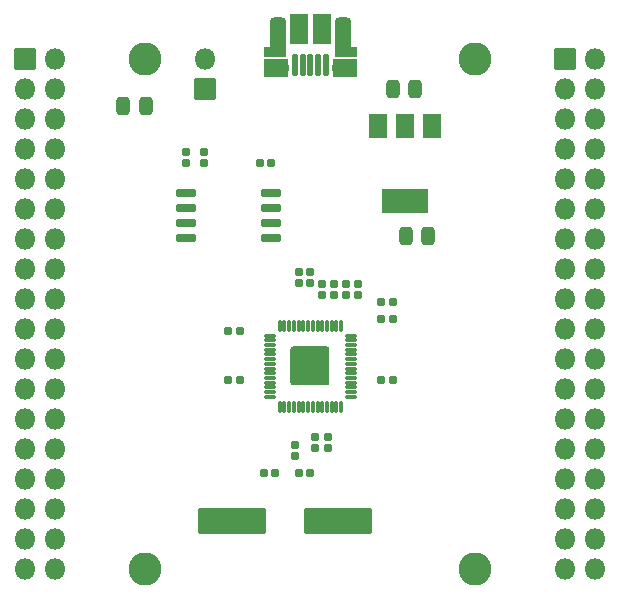
<source format=gts>
G04 #@! TF.GenerationSoftware,KiCad,Pcbnew,7.0.1-0*
G04 #@! TF.CreationDate,2023-04-02T19:02:11+10:00*
G04 #@! TF.ProjectId,RP2040_minimal,52503230-3430-45f6-9d69-6e696d616c2e,REV1*
G04 #@! TF.SameCoordinates,Original*
G04 #@! TF.FileFunction,Soldermask,Top*
G04 #@! TF.FilePolarity,Negative*
%FSLAX46Y46*%
G04 Gerber Fmt 4.6, Leading zero omitted, Abs format (unit mm)*
G04 Created by KiCad (PCBNEW 7.0.1-0) date 2023-04-02 19:02:11*
%MOMM*%
%LPD*%
G01*
G04 APERTURE LIST*
G04 Aperture macros list*
%AMRoundRect*
0 Rectangle with rounded corners*
0 $1 Rounding radius*
0 $2 $3 $4 $5 $6 $7 $8 $9 X,Y pos of 4 corners*
0 Add a 4 corners polygon primitive as box body*
4,1,4,$2,$3,$4,$5,$6,$7,$8,$9,$2,$3,0*
0 Add four circle primitives for the rounded corners*
1,1,$1+$1,$2,$3*
1,1,$1+$1,$4,$5*
1,1,$1+$1,$6,$7*
1,1,$1+$1,$8,$9*
0 Add four rect primitives between the rounded corners*
20,1,$1+$1,$2,$3,$4,$5,0*
20,1,$1+$1,$4,$5,$6,$7,0*
20,1,$1+$1,$6,$7,$8,$9,0*
20,1,$1+$1,$8,$9,$2,$3,0*%
G04 Aperture macros list end*
%ADD10RoundRect,0.301000X-0.250000X-0.475000X0.250000X-0.475000X0.250000X0.475000X-0.250000X0.475000X0*%
%ADD11RoundRect,0.051000X-0.200000X0.875000X-0.200000X-0.875000X0.200000X-0.875000X0.200000X0.875000X0*%
%ADD12RoundRect,0.051000X0.912500X0.350000X-0.912500X0.350000X-0.912500X-0.350000X0.912500X-0.350000X0*%
%ADD13RoundRect,0.051000X1.000000X0.730000X-1.000000X0.730000X-1.000000X-0.730000X1.000000X-0.730000X0*%
%ADD14RoundRect,0.435800X0.265200X1.240200X-0.265200X1.240200X-0.265200X-1.240200X0.265200X-1.240200X0*%
%ADD15O,1.402000X1.902000*%
%ADD16O,1.152000X1.552000*%
%ADD17RoundRect,0.051000X-0.712500X1.250000X-0.712500X-1.250000X0.712500X-1.250000X0.712500X1.250000X0*%
%ADD18RoundRect,0.051000X0.850000X0.850000X-0.850000X0.850000X-0.850000X-0.850000X0.850000X-0.850000X0*%
%ADD19O,1.802000X1.802000*%
%ADD20RoundRect,0.051000X-0.850000X-0.850000X0.850000X-0.850000X0.850000X0.850000X-0.850000X0.850000X0*%
%ADD21RoundRect,0.191000X0.170000X-0.140000X0.170000X0.140000X-0.170000X0.140000X-0.170000X-0.140000X0*%
%ADD22RoundRect,0.191000X0.140000X0.170000X-0.140000X0.170000X-0.140000X-0.170000X0.140000X-0.170000X0*%
%ADD23RoundRect,0.191000X-0.170000X0.140000X-0.170000X-0.140000X0.170000X-0.140000X0.170000X0.140000X0*%
%ADD24RoundRect,0.051000X-0.750000X1.000000X-0.750000X-1.000000X0.750000X-1.000000X0.750000X1.000000X0*%
%ADD25RoundRect,0.051000X-1.900000X1.000000X-1.900000X-1.000000X1.900000X-1.000000X1.900000X1.000000X0*%
%ADD26RoundRect,0.201000X-0.650000X-0.150000X0.650000X-0.150000X0.650000X0.150000X-0.650000X0.150000X0*%
%ADD27RoundRect,0.191000X-0.140000X-0.170000X0.140000X-0.170000X0.140000X0.170000X-0.140000X0.170000X0*%
%ADD28RoundRect,0.101000X-0.387500X-0.050000X0.387500X-0.050000X0.387500X0.050000X-0.387500X0.050000X0*%
%ADD29RoundRect,0.101000X-0.050000X-0.387500X0.050000X-0.387500X0.050000X0.387500X-0.050000X0.387500X0*%
%ADD30RoundRect,0.195000X-1.456000X-1.456000X1.456000X-1.456000X1.456000X1.456000X-1.456000X1.456000X0*%
%ADD31C,2.802000*%
%ADD32RoundRect,0.051000X-2.800000X-1.050000X2.800000X-1.050000X2.800000X1.050000X-2.800000X1.050000X0*%
G04 APERTURE END LIST*
D10*
X108075000Y-89000000D03*
X109975000Y-89000000D03*
D11*
X101300000Y-74525000D03*
X100650000Y-74525000D03*
X100000000Y-74525000D03*
X99350000Y-74525000D03*
X98700000Y-74525000D03*
D12*
X102987500Y-73400000D03*
D13*
X102900000Y-74730000D03*
D14*
X102725000Y-72125000D03*
D15*
X102725000Y-71700000D03*
D16*
X102425000Y-74730000D03*
D17*
X100962500Y-71450000D03*
X99037500Y-71450000D03*
D16*
X97575000Y-74730000D03*
D14*
X97275000Y-72125000D03*
D15*
X97275000Y-71700000D03*
D13*
X97100000Y-74730000D03*
D12*
X97012500Y-73400000D03*
D18*
X91110000Y-76540000D03*
D19*
X91110000Y-74000000D03*
D20*
X75870000Y-74000000D03*
D19*
X78410000Y-74000000D03*
X75870000Y-76540000D03*
X78410000Y-76540000D03*
X75870000Y-79080000D03*
X78410000Y-79080000D03*
X75870000Y-81620000D03*
X78410000Y-81620000D03*
X75870000Y-84160000D03*
X78410000Y-84160000D03*
X75870000Y-86700000D03*
X78410000Y-86700000D03*
X75870000Y-89240000D03*
X78410000Y-89240000D03*
X75870000Y-91780000D03*
X78410000Y-91780000D03*
X75870000Y-94320000D03*
X78410000Y-94320000D03*
X75870000Y-96860000D03*
X78410000Y-96860000D03*
X75870000Y-99400000D03*
X78410000Y-99400000D03*
X75870000Y-101940000D03*
X78410000Y-101940000D03*
X75870000Y-104480000D03*
X78410000Y-104480000D03*
X75870000Y-107020000D03*
X78410000Y-107020000D03*
X75870000Y-109560000D03*
X78410000Y-109560000D03*
X75870000Y-112100000D03*
X78410000Y-112100000D03*
X75870000Y-114640000D03*
X78410000Y-114640000D03*
X75870000Y-117180000D03*
X78410000Y-117180000D03*
D21*
X104000000Y-93995000D03*
X104000000Y-93035000D03*
X103000000Y-93995000D03*
X103000000Y-93035000D03*
D22*
X93995000Y-101200000D03*
X93035000Y-101200000D03*
X96665000Y-82830000D03*
X95705000Y-82830000D03*
D23*
X89500000Y-81835000D03*
X89500000Y-82795000D03*
D20*
X121590000Y-74000000D03*
D19*
X124130000Y-74000000D03*
X121590000Y-76540000D03*
X124130000Y-76540000D03*
X121590000Y-79080000D03*
X124130000Y-79080000D03*
X121590000Y-81620000D03*
X124130000Y-81620000D03*
X121590000Y-84160000D03*
X124130000Y-84160000D03*
X121590000Y-86700000D03*
X124130000Y-86700000D03*
X121590000Y-89240000D03*
X124130000Y-89240000D03*
X121590000Y-91780000D03*
X124130000Y-91780000D03*
X121590000Y-94320000D03*
X124130000Y-94320000D03*
X121590000Y-96860000D03*
X124130000Y-96860000D03*
X121590000Y-99400000D03*
X124130000Y-99400000D03*
X121590000Y-101940000D03*
X124130000Y-101940000D03*
X121590000Y-104480000D03*
X124130000Y-104480000D03*
X121590000Y-107020000D03*
X124130000Y-107020000D03*
X121590000Y-109560000D03*
X124130000Y-109560000D03*
X121590000Y-112100000D03*
X124130000Y-112100000D03*
X121590000Y-114640000D03*
X124130000Y-114640000D03*
X121590000Y-117180000D03*
X124130000Y-117180000D03*
D24*
X110300000Y-79700000D03*
X108000000Y-79700000D03*
D25*
X108000000Y-86000000D03*
D24*
X105700000Y-79700000D03*
D26*
X89450000Y-85370000D03*
X89450000Y-86640000D03*
X89450000Y-87910000D03*
X89450000Y-89180000D03*
X96650000Y-89180000D03*
X96650000Y-87910000D03*
X96650000Y-86640000D03*
X96650000Y-85370000D03*
D27*
X99005000Y-109000000D03*
X99965000Y-109000000D03*
D21*
X91000000Y-82795000D03*
X91000000Y-81835000D03*
X100000000Y-92995000D03*
X100000000Y-92035000D03*
D27*
X106005000Y-101200000D03*
X106965000Y-101200000D03*
D23*
X100381000Y-106005000D03*
X100381000Y-106965000D03*
X101000000Y-93035000D03*
X101000000Y-93995000D03*
X101500000Y-106005000D03*
X101500000Y-106965000D03*
D10*
X106987500Y-76500000D03*
X108887500Y-76500000D03*
D22*
X93995000Y-97000000D03*
X93035000Y-97000000D03*
D27*
X106005000Y-94600000D03*
X106965000Y-94600000D03*
D28*
X96562500Y-97400000D03*
X96562500Y-97800000D03*
X96562500Y-98200000D03*
X96562500Y-98600000D03*
X96562500Y-99000000D03*
X96562500Y-99400000D03*
X96562500Y-99800000D03*
X96562500Y-100200000D03*
X96562500Y-100600000D03*
X96562500Y-101000000D03*
X96562500Y-101400000D03*
X96562500Y-101800000D03*
X96562500Y-102200000D03*
X96562500Y-102600000D03*
D29*
X97400000Y-103437500D03*
X97800000Y-103437500D03*
X98200000Y-103437500D03*
X98600000Y-103437500D03*
X99000000Y-103437500D03*
X99400000Y-103437500D03*
X99800000Y-103437500D03*
X100200000Y-103437500D03*
X100600000Y-103437500D03*
X101000000Y-103437500D03*
X101400000Y-103437500D03*
X101800000Y-103437500D03*
X102200000Y-103437500D03*
X102600000Y-103437500D03*
D28*
X103437500Y-102600000D03*
X103437500Y-102200000D03*
X103437500Y-101800000D03*
X103437500Y-101400000D03*
X103437500Y-101000000D03*
X103437500Y-100600000D03*
X103437500Y-100200000D03*
X103437500Y-99800000D03*
X103437500Y-99400000D03*
X103437500Y-99000000D03*
X103437500Y-98600000D03*
X103437500Y-98200000D03*
X103437500Y-97800000D03*
X103437500Y-97400000D03*
D29*
X102600000Y-96562500D03*
X102200000Y-96562500D03*
X101800000Y-96562500D03*
X101400000Y-96562500D03*
X101000000Y-96562500D03*
X100600000Y-96562500D03*
X100200000Y-96562500D03*
X99800000Y-96562500D03*
X99400000Y-96562500D03*
X99000000Y-96562500D03*
X98600000Y-96562500D03*
X98200000Y-96562500D03*
X97800000Y-96562500D03*
X97400000Y-96562500D03*
D30*
X100000000Y-100000000D03*
D22*
X96995000Y-109000000D03*
X96035000Y-109000000D03*
D31*
X113970000Y-74000000D03*
D23*
X102000000Y-93035000D03*
X102000000Y-93995000D03*
D31*
X113970000Y-117180000D03*
D21*
X99000000Y-92995000D03*
X99000000Y-92035000D03*
D27*
X106005000Y-96000000D03*
X106965000Y-96000000D03*
D23*
X98700000Y-106635000D03*
X98700000Y-107595000D03*
D31*
X86030000Y-74000000D03*
X86030000Y-117180000D03*
D32*
X93341000Y-113116000D03*
X102341000Y-113116000D03*
D10*
X84165000Y-78000000D03*
X86065000Y-78000000D03*
M02*

</source>
